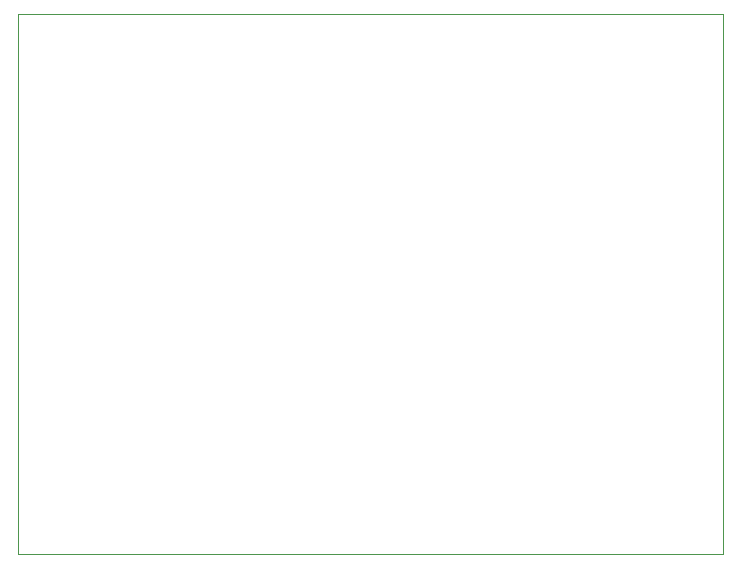
<source format=gbr>
G04 (created by PCBNEW (2013-07-07 BZR 4022)-stable) date Saturday 09 November 2013 12:27:47 PM IST*
%MOIN*%
G04 Gerber Fmt 3.4, Leading zero omitted, Abs format*
%FSLAX34Y34*%
G01*
G70*
G90*
G04 APERTURE LIST*
%ADD10C,0.00590551*%
%ADD11C,0.00393701*%
G04 APERTURE END LIST*
G54D10*
G54D11*
X24500Y-33500D02*
X24500Y-15500D01*
X48000Y-33500D02*
X24500Y-33500D01*
X48000Y-15500D02*
X48000Y-33500D01*
X24500Y-15500D02*
X48000Y-15500D01*
M02*

</source>
